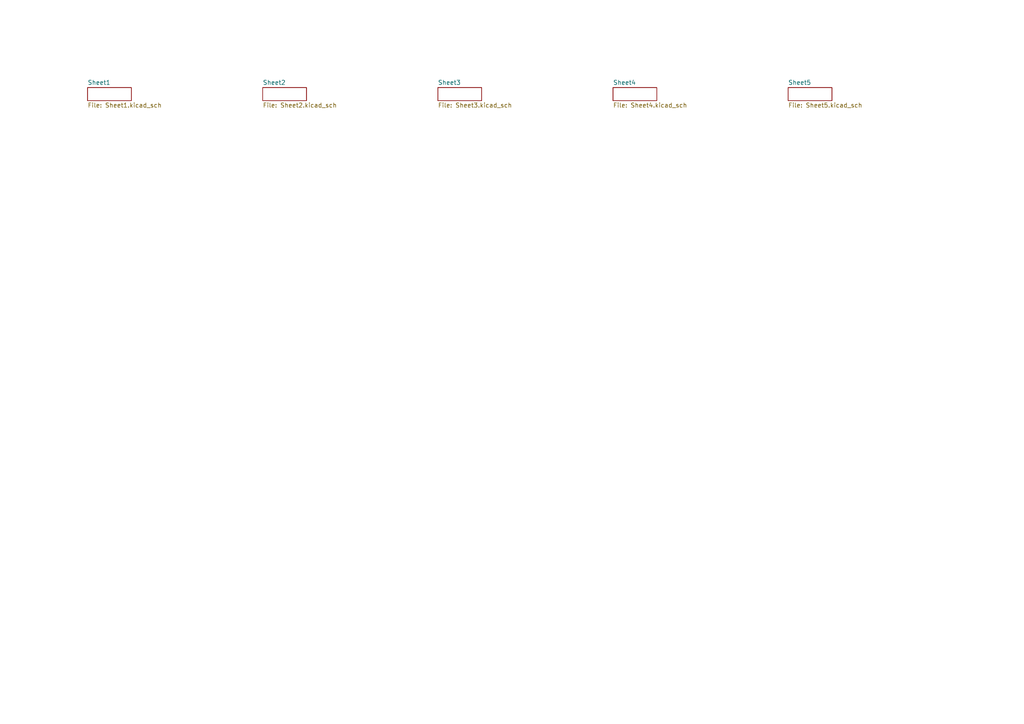
<source format=kicad_sch>
(kicad_sch
	(version 20231120)
	(generator "eeschema")
	(generator_version "8.0")
	(uuid "4187642d-bdfc-4b1b-8023-ada5be9630d8")
	(paper "A4")
	(lib_symbols)
	(sheet
		(at 25.4 25.4)
		(size 12.7 3.81)
		(fields_autoplaced yes)
		(stroke
			(width 0)
			(type solid)
		)
		(fill
			(color 0 0 0 0.0000)
		)
		(uuid "026d5b39-ae36-4364-9151-4a6132e2cd7b")
		(property "Sheetname" "Sheet1"
			(at 25.4 24.6884 0)
			(effects
				(font
					(size 1.27 1.27)
				)
				(justify left bottom)
			)
		)
		(property "Sheetfile" "Sheet1.kicad_sch"
			(at 25.4 29.7946 0)
			(effects
				(font
					(size 1.27 1.27)
				)
				(justify left top)
			)
		)
		(instances
			(project "nrings"
				(path "/4187642d-bdfc-4b1b-8023-ada5be9630d8"
					(page "1")
				)
			)
		)
	)
	(sheet
		(at 177.8 25.4)
		(size 12.7 3.81)
		(fields_autoplaced yes)
		(stroke
			(width 0)
			(type solid)
		)
		(fill
			(color 0 0 0 0.0000)
		)
		(uuid "3f482a65-3368-4b06-8d6d-a87091a30adc")
		(property "Sheetname" "Sheet4"
			(at 177.8 24.6884 0)
			(effects
				(font
					(size 1.27 1.27)
				)
				(justify left bottom)
			)
		)
		(property "Sheetfile" "Sheet4.kicad_sch"
			(at 177.8 29.7946 0)
			(effects
				(font
					(size 1.27 1.27)
				)
				(justify left top)
			)
		)
		(instances
			(project "nrings"
				(path "/4187642d-bdfc-4b1b-8023-ada5be9630d8"
					(page "4")
				)
			)
		)
	)
	(sheet
		(at 127 25.4)
		(size 12.7 3.81)
		(fields_autoplaced yes)
		(stroke
			(width 0)
			(type solid)
		)
		(fill
			(color 0 0 0 0.0000)
		)
		(uuid "a5f8f6af-0f4e-4fb2-bac4-376536cde3de")
		(property "Sheetname" "Sheet3"
			(at 127 24.6884 0)
			(effects
				(font
					(size 1.27 1.27)
				)
				(justify left bottom)
			)
		)
		(property "Sheetfile" "Sheet3.kicad_sch"
			(at 127 29.7946 0)
			(effects
				(font
					(size 1.27 1.27)
				)
				(justify left top)
			)
		)
		(instances
			(project "nrings"
				(path "/4187642d-bdfc-4b1b-8023-ada5be9630d8"
					(page "3")
				)
			)
		)
	)
	(sheet
		(at 76.2 25.4)
		(size 12.7 3.81)
		(fields_autoplaced yes)
		(stroke
			(width 0)
			(type solid)
		)
		(fill
			(color 0 0 0 0.0000)
		)
		(uuid "a7571d26-4501-4dd9-a2ac-a6a5c65d17cb")
		(property "Sheetname" "Sheet2"
			(at 76.2 24.6884 0)
			(effects
				(font
					(size 1.27 1.27)
				)
				(justify left bottom)
			)
		)
		(property "Sheetfile" "Sheet2.kicad_sch"
			(at 76.2 29.7946 0)
			(effects
				(font
					(size 1.27 1.27)
				)
				(justify left top)
			)
		)
		(instances
			(project "nrings"
				(path "/4187642d-bdfc-4b1b-8023-ada5be9630d8"
					(page "2")
				)
			)
		)
	)
	(sheet
		(at 228.6 25.4)
		(size 12.7 3.81)
		(fields_autoplaced yes)
		(stroke
			(width 0)
			(type solid)
		)
		(fill
			(color 0 0 0 0.0000)
		)
		(uuid "cd8627de-dd43-4a5f-ab13-c29210730438")
		(property "Sheetname" "Sheet5"
			(at 228.6 24.6884 0)
			(effects
				(font
					(size 1.27 1.27)
				)
				(justify left bottom)
			)
		)
		(property "Sheetfile" "Sheet5.kicad_sch"
			(at 228.6 29.7946 0)
			(effects
				(font
					(size 1.27 1.27)
				)
				(justify left top)
			)
		)
		(instances
			(project "nrings"
				(path "/4187642d-bdfc-4b1b-8023-ada5be9630d8"
					(page "5")
				)
			)
		)
	)
	(sheet_instances
		(path "/"
			(page "1")
		)
	)
)

</source>
